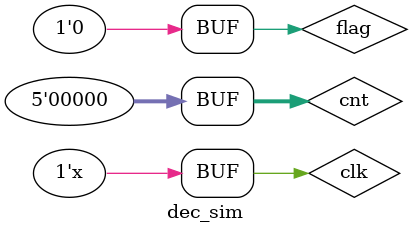
<source format=v>
`timescale 1ns / 1ps
module dec_sim ();

//parameter template = 31'b1010100011101111100100110000101;
parameter template = 31'b0011001001111101110001010110100; // test data
//parameter template = 31'b0010110101000111011111001001100;
reg clk = 0;
reg signal = 0;

always begin
  #10 clk <= ~clk;
end

wire [7:0] data;
wire [30:0] buff_wr;
reg [4:0] cnt = 0;
reg [4:0] cnt2 = 0;
reg flag = 0;
reg [30:0] template_copy = template;

dec f1(.clk(clk),
       .signal(signal),
       .data(data),
       .buff_wr(buff_wr)
       );

always @(posedge clk) begin
    signal <= template_copy[0];
    template_copy <= {template_copy[0], template_copy[30:1]};
//    case(cnt)
//        5'd30: begin
//            cnt <= 0;
//            signal <= template[cnt];
//        end
//        default: begin
//            signal <= template[cnt];
//            cnt <= cnt + 1;
//        end
//    endcase
//    if (cnt == 31) begin
//        cnt <= 1;
//        signal <= template[0];
//    end
//    else begin
//        cnt <= cnt + 1;
//        signal <= template[cnt];
//    end
end

always @(posedge clk) begin
    cnt2 <= cnt2 + 1;
    $display("--------------------");
    if (data == 62) $display ("peak");
    if (buff_wr == template) begin
        cnt2 <= 0;
        $display("true peak");
    end
    $display(" data = %d \n buff = %b \n cnt = %d", data, buff_wr, cnt2);
end

endmodule // dec_sim

</source>
